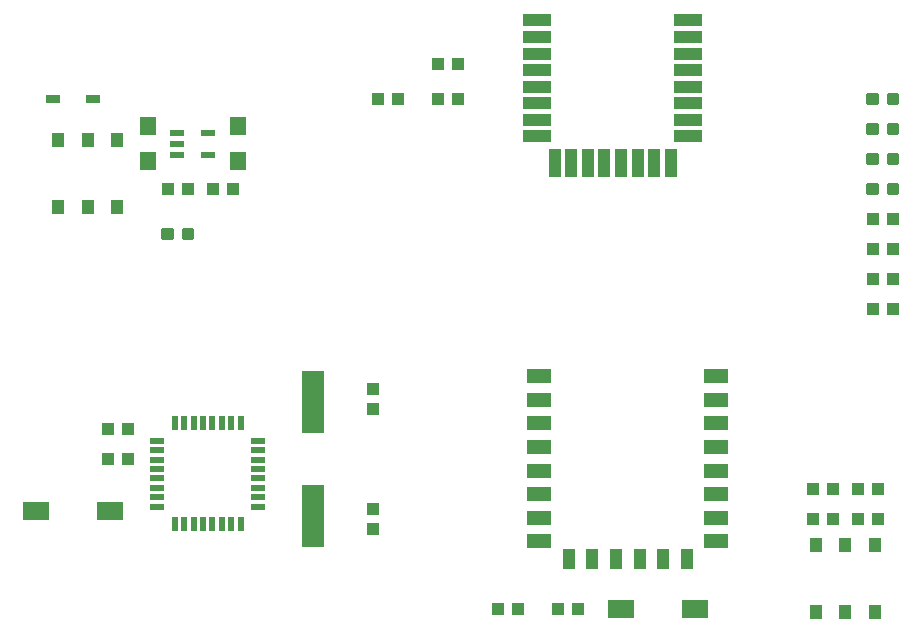
<source format=gbr>
G04 EAGLE Gerber RS-274X export*
G75*
%MOMM*%
%FSLAX34Y34*%
%LPD*%
%INSolderpaste Top*%
%IPPOS*%
%AMOC8*
5,1,8,0,0,1.08239X$1,22.5*%
G01*
%ADD10R,1.400000X1.600000*%
%ADD11R,1.100000X1.000000*%
%ADD12R,1.000000X1.100000*%
%ADD13C,0.300000*%
%ADD14R,1.210000X0.730000*%
%ADD15R,1.000000X1.150000*%
%ADD16R,2.300000X1.600000*%
%ADD17R,2.450000X1.000000*%
%ADD18R,1.000000X2.450000*%
%ADD19R,1.200000X0.550000*%
%ADD20R,1.270000X0.558800*%
%ADD21R,0.558800X1.270000*%
%ADD22R,2.000000X1.200000*%
%ADD23R,1.100000X1.700000*%
%ADD24R,1.930400X5.334000*%


D10*
X139700Y459500D03*
X139700Y429500D03*
D11*
X194700Y406400D03*
X211700Y406400D03*
D10*
X215900Y459500D03*
X215900Y429500D03*
D12*
X330200Y135500D03*
X330200Y118500D03*
X330200Y220100D03*
X330200Y237100D03*
D11*
X122800Y203200D03*
X105800Y203200D03*
D13*
X756730Y479100D02*
X756730Y486100D01*
X756730Y479100D02*
X749730Y479100D01*
X749730Y486100D01*
X756730Y486100D01*
X756730Y481950D02*
X749730Y481950D01*
X749730Y484800D02*
X756730Y484800D01*
X774270Y486100D02*
X774270Y479100D01*
X767270Y479100D01*
X767270Y486100D01*
X774270Y486100D01*
X774270Y481950D02*
X767270Y481950D01*
X767270Y484800D02*
X774270Y484800D01*
X756730Y460700D02*
X756730Y453700D01*
X749730Y453700D01*
X749730Y460700D01*
X756730Y460700D01*
X756730Y456550D02*
X749730Y456550D01*
X749730Y459400D02*
X756730Y459400D01*
X774270Y460700D02*
X774270Y453700D01*
X767270Y453700D01*
X767270Y460700D01*
X774270Y460700D01*
X774270Y456550D02*
X767270Y456550D01*
X767270Y459400D02*
X774270Y459400D01*
X756730Y435300D02*
X756730Y428300D01*
X749730Y428300D01*
X749730Y435300D01*
X756730Y435300D01*
X756730Y431150D02*
X749730Y431150D01*
X749730Y434000D02*
X756730Y434000D01*
X774270Y435300D02*
X774270Y428300D01*
X767270Y428300D01*
X767270Y435300D01*
X774270Y435300D01*
X774270Y431150D02*
X767270Y431150D01*
X767270Y434000D02*
X774270Y434000D01*
X756730Y409900D02*
X756730Y402900D01*
X749730Y402900D01*
X749730Y409900D01*
X756730Y409900D01*
X756730Y405750D02*
X749730Y405750D01*
X749730Y408600D02*
X756730Y408600D01*
X774270Y409900D02*
X774270Y402900D01*
X767270Y402900D01*
X767270Y409900D01*
X774270Y409900D01*
X774270Y405750D02*
X767270Y405750D01*
X767270Y408600D02*
X774270Y408600D01*
D14*
X93000Y482600D03*
X59400Y482600D03*
D13*
X170370Y371800D02*
X170370Y364800D01*
X170370Y371800D02*
X177370Y371800D01*
X177370Y364800D01*
X170370Y364800D01*
X170370Y367650D02*
X177370Y367650D01*
X177370Y370500D02*
X170370Y370500D01*
X152830Y371800D02*
X152830Y364800D01*
X152830Y371800D02*
X159830Y371800D01*
X159830Y364800D01*
X152830Y364800D01*
X152830Y367650D02*
X159830Y367650D01*
X159830Y370500D02*
X152830Y370500D01*
D11*
X770500Y381000D03*
X753500Y381000D03*
X757800Y152400D03*
X740800Y152400D03*
X702700Y127000D03*
X719700Y127000D03*
X740800Y127000D03*
X757800Y127000D03*
X436000Y50800D03*
X453000Y50800D03*
X486800Y50800D03*
X503800Y50800D03*
X156600Y406400D03*
X173600Y406400D03*
X770500Y355600D03*
X753500Y355600D03*
X770500Y330200D03*
X753500Y330200D03*
X770500Y304800D03*
X753500Y304800D03*
X402200Y482600D03*
X385200Y482600D03*
X351400Y482600D03*
X334400Y482600D03*
X385200Y511810D03*
X402200Y511810D03*
X105800Y177800D03*
X122800Y177800D03*
X702700Y152400D03*
X719700Y152400D03*
D15*
X113900Y447350D03*
X88900Y447350D03*
X63900Y447350D03*
X113900Y390850D03*
X88900Y390850D03*
X63900Y390850D03*
D16*
X44700Y133350D03*
X107700Y133350D03*
D15*
X755250Y104450D03*
X730250Y104450D03*
X705250Y104450D03*
X755250Y47950D03*
X730250Y47950D03*
X705250Y47950D03*
D16*
X540000Y50800D03*
X603000Y50800D03*
D17*
X469400Y548860D03*
X469400Y534860D03*
X469400Y520860D03*
X469400Y506860D03*
X469400Y492860D03*
X469400Y478860D03*
X469400Y464860D03*
X469400Y450860D03*
D18*
X484400Y427910D03*
X498400Y427910D03*
X512400Y427910D03*
X526400Y427910D03*
X540400Y427910D03*
X554400Y427910D03*
X568400Y427910D03*
X582400Y427910D03*
D17*
X597400Y450860D03*
X597400Y464860D03*
X597400Y478860D03*
X597400Y492860D03*
X597400Y506860D03*
X597400Y520860D03*
X597400Y534860D03*
X597400Y548860D03*
D19*
X164799Y454000D03*
X164799Y444500D03*
X164799Y435000D03*
X190801Y435000D03*
X190801Y454000D03*
D20*
X233426Y137100D03*
X233426Y145100D03*
X233426Y153100D03*
X233426Y161100D03*
X233426Y169100D03*
X233426Y177100D03*
X233426Y185100D03*
X233426Y193100D03*
D21*
X218500Y208026D03*
X210500Y208026D03*
X202500Y208026D03*
X194500Y208026D03*
X186500Y208026D03*
X178500Y208026D03*
X170500Y208026D03*
X162500Y208026D03*
D20*
X147574Y193100D03*
X147574Y185100D03*
X147574Y177100D03*
X147574Y169100D03*
X147574Y161100D03*
X147574Y153100D03*
X147574Y145100D03*
X147574Y137100D03*
D21*
X162500Y122174D03*
X170500Y122174D03*
X178500Y122174D03*
X186500Y122174D03*
X194500Y122174D03*
X202500Y122174D03*
X210500Y122174D03*
X218500Y122174D03*
D22*
X471100Y247800D03*
X471100Y227800D03*
X471100Y207800D03*
X471100Y187800D03*
X471100Y167800D03*
X471100Y147800D03*
X471100Y127800D03*
X471100Y107800D03*
X621100Y107800D03*
X621100Y127800D03*
X621100Y147800D03*
X621100Y167800D03*
X621100Y187800D03*
X621100Y207800D03*
X621100Y227800D03*
X621100Y247800D03*
D23*
X496100Y92800D03*
X516100Y92800D03*
X536100Y92800D03*
X556100Y92800D03*
X576100Y92800D03*
X596100Y92800D03*
D24*
X279400Y226060D03*
X279400Y129540D03*
M02*

</source>
